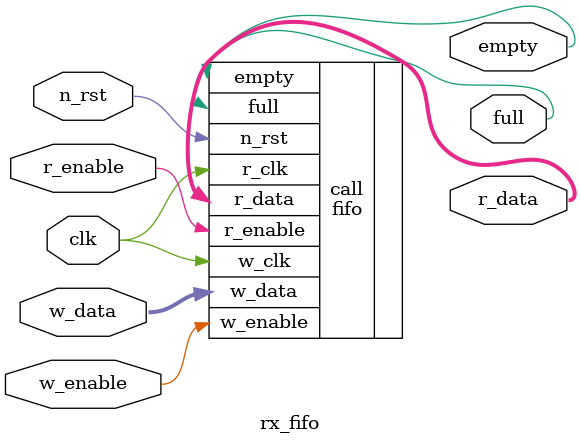
<source format=sv>

module rx_fifo (
		input wire clk,
		input wire n_rst,
		input wire r_enable,
		input wire w_enable,
		input wire [7:0] w_data,
		output wire [7:0] r_data,
		output wire empty,
		output wire full
		);

   fifo call(
	     .r_clk(clk),
	     .w_clk(clk),
	     .n_rst(n_rst),
	     .r_enable(r_enable),
	     .w_enable(w_enable),
	     .w_data(w_data),
	     .r_data(r_data),
	     .empty(empty),
	     .full(full)
	     );
endmodule
   

</source>
